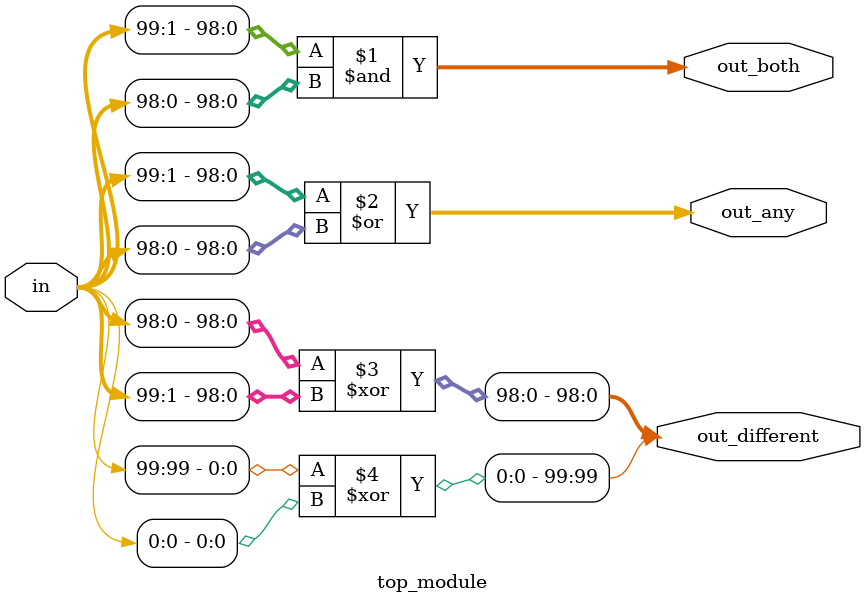
<source format=v>
module top_module( 
    input [99:0] in,
    output [98:0] out_both,
    output [99:1] out_any,
    output [99:0] out_different );
    
    assign out_both [98:0] = in[99:1] & in[98:0];
    assign out_any [99:1] = in[99:1] | in[98:0];
    assign out_different [99:0] = {in[99]^in[0],in[98:0] ^ in[99:1]}; // special case for [99]

endmodule
</source>
